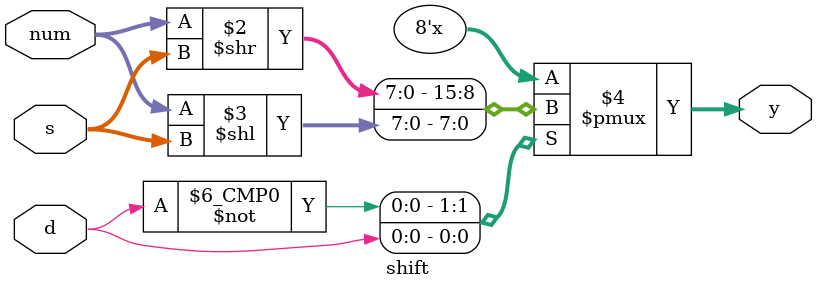
<source format=v>
module shift(
	input [7:0] num,
	input d,
	input [7:0] s,
	output reg [7:0] y);
always @(*) begin
	case(d)
		1'b0: y=num>>s;
		1'b1: y=num<<s;
	endcase
end
endmodule


</source>
